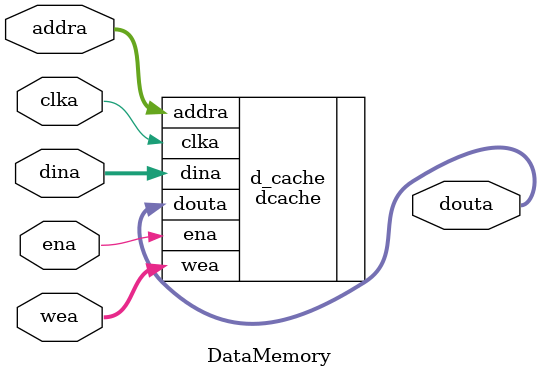
<source format=v>
`timescale 1ns / 1ps
module DataMemory(clka, ena, wea, addra, dina, douta);
	input clka;
	input ena;
	input [3 : 0] wea;
	input [31 : 0] addra;
	input [31 : 0] dina;
	output [31 : 0] douta;
	
	dcache d_cache(.clka(clka), .ena(ena), .wea(wea), .addra(addra), .dina(dina), .douta(douta));
endmodule

</source>
